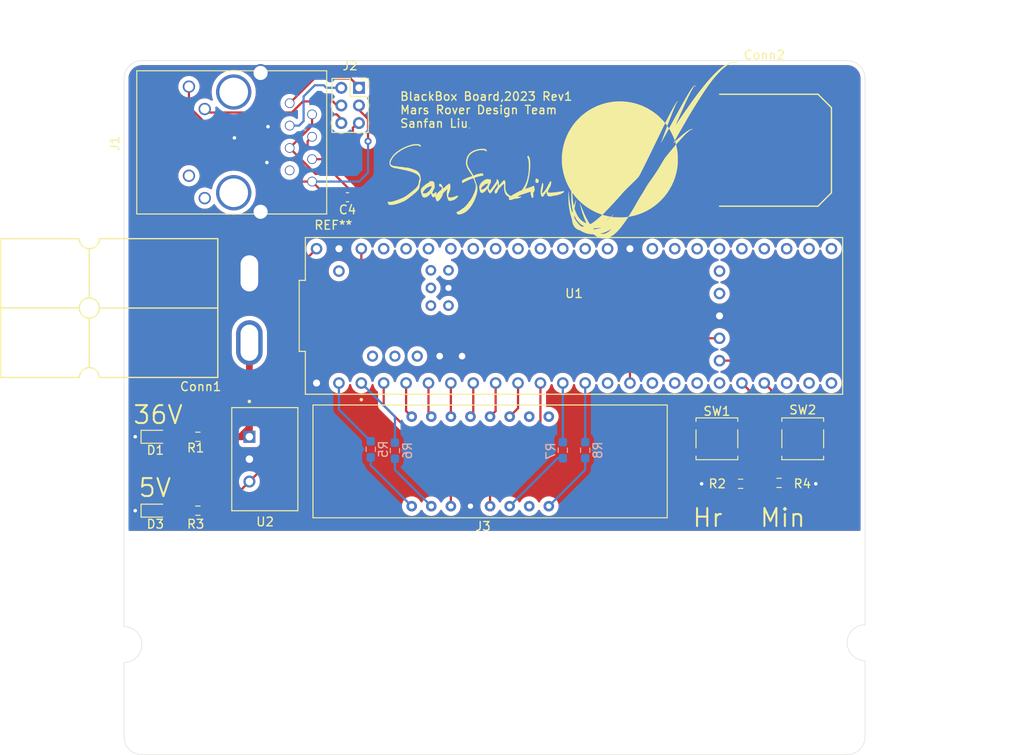
<source format=kicad_pcb>
(kicad_pcb (version 20211014) (generator pcbnew)
  (layers (0 "F.Cu" signal) (31 "B.Cu" signal) (34 "B.Paste" user) (35 "F.Paste" user) (36 "B.SilkS" user "B.Silkscreen") (37 "F.SilkS" user "F.Silkscreen") (38 "B.Mask" user) (39 "F.Mask" user) (44 "Edge.Cuts" user))
  (net 0 "")
  (net 1 "+36V")
  (net 2 "GND")
  (net 3 "Net-(U1-Pad3.3V_1)")
  (net 4 "Net-(C4-Pad1)")
  (net 5 "Net-(C4-Pad2)")
  (net 6 "Net-(D1-Pad2)")
  (net 7 "Net-(D3-Pad2)")
  (net 9 "Net-(J1-Pad10)")
  (net 11 "/TX+")
  (net 12 "/TX-")
  (net 14 "/RX+")
  (net 15 "/RX-")
  (net 16 "Sw_Hour")
  (net 17 "Sw_Min")
  (net 22 "Display_D3_Low")
  (net 24 "Display_C")
  (net 25 "Display_D2_Low")
  (net 27 "Display_F")
  (net 29 "Bat_Ctrl")
  (net 31 "Display_D4_Low")
  (net 34 "Display_G")
  (net 35 "Display_E")
  (net 41 "Display_D1_Low")
  (net 49 "Display_B")
  (net 52 "Display_D")
  (net 57 "Display_A")
  (net 61 "Clock_SquareWave")
  (net 69 "+5V")
  (net 70 "Net-(Conn2-Pad1)")
  (net 71 "Net-(J3-Pad1)")
  (net 72 "Net-(J3-Pad2)")
  (net 73 "Net-(J3-Pad6)")
  (net 74 "Net-(J3-Pad8)")
  (net 75 "Net-(R2-Pad1)")
  (net 76 "Net-(R4-Pad1)")
  (footprint "LED_SMD:LED_0603_1608Metric_Pad1.05x0.95mm_HandSolder" (layer "F.Cu") (at 60.4895 103.378)
    (fp_text reference "D3" (at -0.0375 1.524) (layer "F.SilkS"))
    (fp_text value "LED")
    (pad "1" smd roundrect (at -0.875 0) (size 1.05 0.95) (layers "F.Cu" "F.Paste" "F.Mask") (net 2 "GND"))
    (pad "2" smd roundrect (at 0.875 0) (size 1.05 0.95) (layers "F.Cu" "F.Paste" "F.Mask") (net 7 "Net-(D3-Pad2)"))
  )
  (footprint "Resistor_SMD:R_0603_1608Metric_Pad0.98x0.95mm_HandSolder" (layer "F.Cu") (at 131.2145 100.2284)
    (fp_text reference "R4" (at 2.6435 0.1016) (layer "F.SilkS"))
    (fp_text value "4700")
    (pad "1" smd roundrect (at -0.9125 0) (size 0.975 0.95) (layers "F.Cu" "F.Paste" "F.Mask") (net 76 "Net-(R4-Pad1)"))
    (pad "2" smd roundrect (at 0.9125 0) (size 0.975 0.95) (layers "F.Cu" "F.Paste" "F.Mask") (net 2 "GND"))
  )
  (footprint "Resistor_SMD:R_0603_1608Metric_Pad0.98x0.95mm_HandSolder" (layer "F.Cu") (at 65.278 103.378)
    (fp_text reference "R3" (at -0.254 1.524) (layer "F.SilkS"))
    (fp_text value "200")
    (pad "1" smd roundrect (at -0.9125 0) (size 0.975 0.95) (layers "F.Cu" "F.Paste" "F.Mask") (net 7 "Net-(D3-Pad2)"))
    (pad "2" smd roundrect (at 0.9125 0) (size 0.975 0.95) (layers "F.Cu" "F.Paste" "F.Mask") (net 69 "+5V"))
  )
  (footprint "Button_Switch_SMD:SW_SPST_TL3305A" (layer "F.Cu") (at 124.162 95.226 180)
    (fp_text reference "SW1" (at 0 3.1256) (layer "F.SilkS"))
    (fp_text value "SW_Push")
    (pad "1" smd rect (at -3.6 -1.5 180) (size 1.6 1.4) (layers "F.Cu" "F.Paste" "F.Mask") (net 75 "Net-(R2-Pad1)"))
    (pad "1" smd rect (at 3.6 -1.5 180) (size 1.6 1.4) (layers "F.Cu" "F.Paste" "F.Mask") (net 75 "Net-(R2-Pad1)"))
    (pad "2" smd rect (at 3.6 1.5 180) (size 1.6 1.4) (layers "F.Cu" "F.Paste" "F.Mask") (net 16 "Sw_Hour"))
    (pad "2" smd rect (at -3.6 1.5 180) (size 1.6 1.4) (layers "F.Cu" "F.Paste" "F.Mask") (net 16 "Sw_Hour"))
  )
  (footprint "MRDT_Connectors:Square_Anderson_2_H_Side_By_Side" (layer "F.Cu") (at 71.4946 75.904)
    (fp_text reference "Conn1" (at -5.9 13.4) (layer "F.SilkS"))
    (fp_text value "AndersonPP")
    (pad "1" thru_hole oval locked (at -0.3746 0.55) (size 3 5.1) (drill oval 2 4.1) (layers *.Cu *.Mask "F.Paste") (net 2 "GND"))
    (pad "2" thru_hole oval locked (at -0.3746 8.424) (size 3 5.1) (drill oval 2 4.1) (layers *.Cu *.Mask "F.Paste") (net 1 "+36V"))
  )
  (footprint "Capacitor_SMD:C_0603_1608Metric_Pad1.08x0.95mm_HandSolder" (layer "F.Cu") (at 82.25 67.816 180)
    (fp_text reference "C4" (at 0 -1.43) (layer "F.SilkS"))
    (fp_text value "0.1uF")
    (pad "1" smd roundrect (at -0.8625 0 180) (size 1.075 0.95) (layers "F.Cu" "F.Paste" "F.Mask") (net 4 "Net-(C4-Pad1)"))
    (pad "2" smd roundrect (at 0.8625 0 180) (size 1.075 0.95) (layers "F.Cu" "F.Paste" "F.Mask") (net 5 "Net-(C4-Pad2)"))
  )
  (footprint "MRDT_Connectors:RJ45_Teensy" (layer "F.Cu") (at 56.342 61.72 -90)
    (fp_text reference "J1" (at 0 0.5 -270) (layer "F.SilkS"))
    (fp_text value "RJ45_LED_Shielded")
    (pad "1" thru_hole circle locked (at -4.57 -19.35 270) (size 1.1 1.1) (drill 0.9) (layers *.Cu *.Mask) (net 11 "/TX+"))
    (pad "2" thru_hole circle locked (at -3.3 -21.89 270) (size 1.1 1.1) (drill 0.9) (layers *.Cu *.Mask) (net 4 "Net-(C4-Pad1)"))
    (pad "3" thru_hole circle locked (at -2.03 -19.35 270) (size 1.1 1.1) (drill 0.9) (layers *.Cu *.Mask) (net 12 "/TX-"))
    (pad "4" thru_hole circle locked (at -0.76 -21.89 270) (size 1.1 1.1) (drill 0.9) (layers *.Cu *.Mask) (net 14 "/RX+"))
    (pad "5" thru_hole circle locked (at 0.51 -19.35 270) (size 1.1 1.1) (drill 0.9) (layers *.Cu *.Mask) (net 4 "Net-(C4-Pad1)"))
    (pad "6" thru_hole circle locked (at 1.78 -21.89 270) (size 1.1 1.1) (drill 0.9) (layers *.Cu *.Mask) (net 15 "/RX-"))
    (pad "7" thru_hole circle locked (at 3.05 -19.35 270) (size 1.1 1.1) (drill 0.9) (layers *.Cu *.Mask))
    (pad "8" thru_hole circle locked (at 4.32 -21.89 270) (size 1.1 1.1) (drill 0.9) (layers *.Cu *.Mask) (net 5 "Net-(C4-Pad2)"))
    (pad "9" thru_hole circle locked (at -6.45 -7.92 270) (size 1.4 1.4) (drill 1.02) (layers *.Cu *.Mask) (net 5 "Net-(C4-Pad2)"))
    (pad "10" thru_hole circle locked (at -3.91 -9.71 270) (size 1.4 1.4) (drill 1.02) (layers *.Cu *.Mask) (net 9 "Net-(J1-Pad10)"))
    (pad "11" thru_hole circle locked (at 3.66 -7.92 270) (size 1.4 1.4) (drill 1.02) (layers *.Cu *.Mask))
    (pad "12" thru_hole circle locked (at 6.2 -9.71 270) (size 1.4 1.4) (drill 1.02) (layers *.Cu *.Mask))
    (pad "13" thru_hole circle locked (at -5.84 -13 270) (size 4 4) (drill 3.25) (layers *.Cu *.Mask))
    (pad "14" thru_hole circle locked (at 5.59 -13 270) (size 4 4) (drill 3.25) (layers *.Cu *.Mask))
    (pad "SH" thru_hole circle locked (at -8 -16.05 270) (size 2 2) (drill 1.6) (layers *.Cu *.Mask) (net 2 "GND"))
    (pad "SH" thru_hole circle locked (at 7.75 -16.05 270) (size 2 2) (drill 1.6) (layers *.Cu *.Mask) (net 2 "GND"))
  )
  (footprint "LED_SMD:LED_0603_1608Metric_Pad1.05x0.95mm_HandSolder" (layer "F.Cu") (at 60.4895 94.996)
    (fp_text reference "D1" (at -0.0375 1.524) (layer "F.SilkS"))
    (fp_text value "LED")
    (pad "1" smd roundrect (at -0.875 0) (size 1.05 0.95) (layers "F.Cu" "F.Paste" "F.Mask") (net 2 "GND"))
    (pad "2" smd roundrect (at 0.875 0) (size 1.05 0.95) (layers "F.Cu" "F.Paste" "F.Mask") (net 6 "Net-(D1-Pad2)"))
  )
  (footprint "MRDT_Devices:TSR_1-2433" (layer "F.Cu") (at 72.87 97.536 -90)
    (fp_text reference "U2" (at 7.112 -0.028 180) (layer "F.SilkS"))
    (fp_text value "TSR1-2433")
    (pad "1" thru_hole rect locked (at -2.54 1.75 270) (size 1.358 1.358) (drill 0.85) (layers *.Cu *.Mask) (net 1 "+36V"))
    (pad "2" thru_hole circle locked (at 0 1.75 270) (size 1.358 1.358) (drill 0.85) (layers *.Cu *.Mask) (net 2 "GND"))
    (pad "3" thru_hole circle locked (at 2.54 1.75 270) (size 1.358 1.358) (drill 0.85) (layers *.Cu *.Mask) (net 69 "+5V"))
  )
  (footprint "MRDT_Silkscreens:z_sig_SanfanLiu_sig21.8mmx12.3mm1" (layer "F.Cu") (at 96.52 65.786)
    (fp_text reference "G***" hide)
    (fp_text value "LOGO" hide)
  )
  (footprint "Resistor_SMD:R_0603_1608Metric_Pad0.98x0.95mm_HandSolder" (layer "F.Cu") (at 65.278 94.996)
    (fp_text reference "R1" (at -0.254 1.27) (layer "F.SilkS"))
    (fp_text value "2500")
    (pad "1" smd roundrect (at -0.9125 0) (size 0.975 0.95) (layers "F.Cu" "F.Paste" "F.Mask") (net 6 "Net-(D1-Pad2)"))
    (pad "2" smd roundrect (at 0.9125 0) (size 0.975 0.95) (layers "F.Cu" "F.Paste" "F.Mask") (net 1 "+36V"))
  )
  (footprint "Resistor_SMD:R_0603_1608Metric_Pad0.98x0.95mm_HandSolder" (layer "F.Cu") (at 126.8495 100.33 180)
    (fp_text reference "R2" (at 2.6435 0) (layer "F.SilkS"))
    (fp_text value "4700")
    (pad "1" smd roundrect (at -0.9125 0 180) (size 0.975 0.95) (layers "F.Cu" "F.Paste" "F.Mask") (net 75 "Net-(R2-Pad1)"))
    (pad "2" smd roundrect (at 0.9125 0 180) (size 0.975 0.95) (layers "F.Cu" "F.Paste" "F.Mask") (net 2 "GND"))
  )
  (footprint "Button_Switch_SMD:SW_SPST_TL3305A" (layer "F.Cu") (at 133.902 95.226 180)
    (fp_text reference "SW2" (at 0 3.278) (layer "F.SilkS"))
    (fp_text value "SW_Push")
    (pad "1" smd rect (at -3.6 -1.5 180) (size 1.6 1.4) (layers "F.Cu" "F.Paste" "F.Mask") (net 76 "Net-(R4-Pad1)"))
    (pad "1" smd rect (at 3.6 -1.5 180) (size 1.6 1.4) (layers "F.Cu" "F.Paste" "F.Mask") (net 76 "Net-(R4-Pad1)"))
    (pad "2" smd rect (at -3.6 1.5 180) (size 1.6 1.4) (layers "F.Cu" "F.Paste" "F.Mask") (net 17 "Sw_Min"))
    (pad "2" smd rect (at 3.6 1.5 180) (size 1.6 1.4) (layers "F.Cu" "F.Paste" "F.Mask") (net 17 "Sw_Min"))
  )
  (footprint "MRDT_Silkscreens:0_MRDT_Logo_20mm" (layer "F.Cu") (at 116.586 62.484)
    (fp_text reference "G***" hide)
    (fp_text value "LOGO" hide)
  )
  (footprint "blackbox_rev1:timerLED" (layer "F.Cu") (at 89.535 92.71)
    (fp_text reference "J3" (at 8.1026 12.446) (layer "F.SilkS"))
    (fp_text value "Conn_02x08_Counter_Clockwise")
    (pad "1" thru_hole circle (at 0 10.16) (size 1.2 1.2) (drill 0.6) (layers *.Cu *.Mask) (net 71 "Net-(J3-Pad1)"))
    (pad "2" thru_hole circle (at 2.2225 10.16) (size 1.2 1.2) (drill 0.6) (layers *.Cu *.Mask) (net 72 "Net-(J3-Pad2)"))
    (pad "3" thru_hole circle (at 4.445 10.16) (size 1.2 1.2) (drill 0.6) (layers *.Cu *.Mask) (net 52 "Display_D"))
    (pad "4" thru_hole circle (at 6.6675 10.16) (size 1.2 1.2) (drill 0.6) (layers *.Cu *.Mask) (net 2 "GND"))
    (pad "5" thru_hole circle (at 8.89 10.16) (size 1.2 1.2) (drill 0.6) (layers *.Cu *.Mask) (net 35 "Display_E"))
    (pad "6" thru_hole circle (at 11.1125 10.16) (size 1.2 1.2) (drill 0.6) (layers *.Cu *.Mask) (net 73 "Net-(J3-Pad6)"))
    (pad "7" thru_hole circle (at 13.335 10.16) (size 1.2 1.2) (drill 0.6) (layers *.Cu *.Mask))
    (pad "8" thru_hole circle (at 15.5575 10.16) (size 1.2 1.2) (drill 0.6) (layers *.Cu *.Mask) (net 74 "Net-(J3-Pad8)"))
    (pad "9" thru_hole circle (at 15.5575 0) (size 1.2 1.2) (drill 0.6) (layers *.Cu *.Mask))
    (pad "10" thru_hole circle (at 13.335 0) (size 1.2 1.2) (drill 0.6) (layers *.Cu *.Mask))
    (pad "11" thru_hole circle (at 11.1125 0) (size 1.2 1.2) (drill 0.6) (layers *.Cu *.Mask) (net 27 "Display_F"))
    (pad "12" thru_hole circle (at 8.89 0) (size 1.2 1.2) (drill 0.6) (layers *.Cu *.Mask) (net 61 "Clock_SquareWave"))
    (pad "13" thru_hole circle (at 6.6675 0) (size 1.2 1.2) (drill 0.6) (layers *.Cu *.Mask) (net 24 "Display_C"))
    (pad "14" thru_hole circle (at 4.445 0) (size 1.2 1.2) (drill 0.6) (layers *.Cu *.Mask) (net 57 "Display_A"))
    (pad "15" thru_hole circle (at 2.2225 0) (size 1.2 1.2) (drill 0.6) (layers *.Cu *.Mask) (net 34 "Display_G"))
    (pad "16" thru_hole circle (at 0 0) (size 1.2 1.2) (drill 0.6) (layers *.Cu *.Mask) (net 49 "Display_B"))
  )
  (footprint "MRDT_Shields:Teensy_4_1_Vertical" (layer "F.Cu") (at 57.15 45.72)
    (fp_text reference "U1" (at 50.8 33.02) (layer "F.SilkS"))
    (fp_text value "Teensy4.1_DEV-16771")
    (fp_text user "REF**" (at 23.495 25.265) (layer "F.SilkS"))
    (pad "0" thru_hole circle locked (at 24.13 43.18) (size 1.308 1.308) (drill 0.8) (layers *.Cu *.Mask) (net 41 "Display_D1_Low"))
    (pad "1" thru_hole circle locked (at 26.67 43.18) (size 1.308 1.308) (drill 0.8) (layers *.Cu *.Mask) (net 25 "Display_D2_Low"))
    (pad "2" thru_hole circle locked (at 29.21 43.18) (size 1.308 1.308) (drill 0.8) (layers *.Cu *.Mask) (net 52 "Display_D"))
    (pad "3" thru_hole circle locked (at 31.75 43.18) (size 1.308 1.308) (drill 0.8) (layers *.Cu *.Mask) (net 49 "Display_B"))
    (pad "3.3V_1" thru_hole circle locked (at 57.15 43.18) (size 1.308 1.308) (drill 0.8) (layers *.Cu *.Mask) (net 3 "Net-(U1-Pad3.3V_1)"))
    (pad "3.3V_2" thru_hole circle locked (at 26.67 27.94) (size 1.308 1.308) (drill 0.8) (layers *.Cu *.Mask) (net 3 "Net-(U1-Pad3.3V_1)"))
    (pad "3.3V_3" thru_hole circle locked (at 67.31 38.1) (size 1.308 1.308) (drill 0.8) (layers *.Cu *.Mask) (net 3 "Net-(U1-Pad3.3V_1)"))
    (pad "4" thru_hole circle locked (at 34.29 43.18) (size 1.308 1.308) (drill 0.8) (layers *.Cu *.Mask) (net 34 "Display_G"))
    (pad "5" thru_hole circle locked (at 36.83 43.18) (size 1.308 1.308) (drill 0.8) (layers *.Cu *.Mask) (net 57 "Display_A"))
    (pad "5V" thru_hole circle locked (at 27.94 40.13) (size 1.258 1.258) (drill 0.75) (layers *.Cu *.Mask))
    (pad "6" thru_hole circle locked (at 39.37 43.18) (size 1.308 1.308) (drill 0.8) (layers *.Cu *.Mask) (net 24 "Display_C"))
    (pad "7" thru_hole circle locked (at 41.91 43.18) (size 1.308 1.308) (drill 0.8) (layers *.Cu *.Mask) (net 61 "Clock_SquareWave"))
    (pad "8" thru_hole circle locked (at 44.45 43.18) (size 1.308 1.308) (drill 0.8) (layers *.Cu *.Mask) (net 27 "Display_F"))
    (pad "9" thru_hole circle locked (at 46.99 43.18) (size 1.308 1.308) (drill 0.8) (layers *.Cu *.Mask) (net 35 "Display_E"))
    (pad "10" thru_hole circle locked (at 49.53 43.18) (size 1.308 1.308) (drill 0.8) (layers *.Cu *.Mask) (net 22 "Display_D3_Low"))
    (pad "11" thru_hole circle locked (at 52.07 43.18) (size 1.308 1.308) (drill 0.8) (layers *.Cu *.Mask) (net 31 "Display_D4_Low"))
    (pad "12" thru_hole circle locked (at 54.61 43.18) (size 1.308 1.308) (drill 0.8) (layers *.Cu *.Mask))
    (pad "13" thru_hole circle locked (at 54.61 27.94) (size 1.308 1.308) (drill 0.8) (layers *.Cu *.Mask))
    (pad "14" thru_hole circle locked (at 52.07 27.94) (size 1.308 1.308) (drill 0.8) (layers *.Cu *.Mask) (net 29 "Bat_Ctrl"))
    (pad "15" thru_hole circle locked (at 49.53 27.94) (size 1.308 1.308) (drill 0.8) (layers *.Cu *.Mask))
    (pad "16" thru_hole circle locked (at 46.99 27.94) (size 1.308 1.308) (drill 0.8) (layers *.Cu *.Mask))
    (pad "17" thru_hole circle locked (at 44.45 27.94) (size 1.308 1.308) (drill 0.8) (layers *.Cu *.Mask))
    (pad "18" thru_hole circle locked (at 41.91 27.94) (size 1.308 1.308) (drill 0.8) (layers *.Cu *.Mask))
    (pad "19" thru_hole circle locked (at 39.37 27.94) (size 1.308 1.308) (drill 0.8) (layers *.Cu *.Mask))
    (pad "20" thru_hole circle locked (at 36.83 27.94) (size 1.308 1.308) (drill 0.8) (layers *.Cu *.Mask))
    (pad "21" thru_hole circle locked (at 34.29 27.94) (size 1.308 1.308) (drill 0.8) (layers *.Cu *.Mask))
    (pad "22" thru_hole circle locked (at 31.75 27.94) (size 1.308 1.308) (drill 0.8) (layers *.Cu *.Mask))
    (pad "23" thru_hole circle locked (at 29.21 27.94) (size 1.308 1.308) (drill 0.8) (layers *.Cu *.Mask))
    (pad "24" thru_hole circle locked (at 59.69 43.18) (size 1.308 1.308) (drill 0.8) (layers *.Cu *.Mask))
    (pad "25" thru_hole circle locked (at 62.23 43.18) (size 1.308 1.308) (drill 0.8) (layers *.Cu *.Mask))
    (pad "26" thru_hole circle locked (at 64.77 43.18) (size 1.308 1.308) (drill 0.8) (layers *.Cu *.Mask))
    (pad "27" thru_hole circle locked (at 67.31 43.18) (size 1.308 1.308) (drill 0.8) (layers *.Cu *.Mask))
    (pad "28" thru_hole circle locked (at 69.85 43.18) (size 1.308 1.308) (drill 0.8) (layers *.Cu *.Mask) (net 16 "Sw_Hour"))
    (pad "29" thru_hole circle locked (at 72.39 43.18) (size 1.308 1.308) (drill 0.8) (layers *.Cu *.Mask) (net 17 "Sw_Min"))
    (pad "30" thru_hole circle locked (at 74.93 43.18) (size 1.308 1.308) (drill 0.8) (layers *.Cu *.Mask))
    (pad "31" thru_hole circle locked (at 77.47 43.18) (size 1.308 1.308) (drill 0.8) (layers *.Cu *.Mask))
    (pad "32" thru_hole circle locked (at 80.01 43.18) (size 1.308 1.308) (drill 0.8) (layers *.Cu *.Mask))
    (pad "33" thru_hole circle locked (at 80.01 27.94) (size 1.308 1.308) (drill 0.8) (layers *.Cu *.Mask))
    (pad "34" thru_hole circle locked (at 77.47 27.94) (size 1.308 1.308) (drill 0.8) (layers *.Cu *.Mask))
    (pad "35" thru_hole circle locked (at 74.93 27.94) (size 1.308 1.308) (drill 0.8) (layers *.Cu *.Mask))
    (pad "36" thru_hole circle locked (at 72.39 27.94) (size 1.308 1.308) (drill 0.8) (layers *.Cu *.Mask))
    (pad "37" thru_hole circle locked (at 69.85 27.94) (size 1.308 1.308) (drill 0.8) (layers *.Cu *.Mask))
    (pad "38" thru_hole circle locked (at 67.31 27.94) (size 1.308 1.308) (drill 0.8) (layers *.Cu *.Mask))
    (pad "39" thru_hole circle locked (at 64.77 27.94) (size 1.308 1.308) (drill 0.8) (layers *.Cu *.Mask))
    (pad "40" thru_hole circle locked (at 62.23 27.94) (size 1.308 1.308) (drill 0.8) (layers *.Cu *.Mask))
    (pad "41" thru_hole circle locked (at 59.69 27.94) (size 1.308 1.308) (drill 0.8) (layers *.Cu *.Mask))
    (pad "D+" thru_hole circle locked (at 33.02 40.13 180) (size 1.258 1.258) (drill 0.75) (layers *.Cu *.Mask))
    (pad "D-" thru_hole circle locked (at 30.48 40.13) (size 1.258 1.258) (drill 0.75) (layers *.Cu *.Mask))
    (pad "GND1" thru_hole circle locked (at 21.59 43.18) (size 1.308 1.308) (drill 0.8) (layers *.Cu *.Mask) (net 2 "GND"))
    (pad "GND2" thru_hole circle locked (at 57.15 27.94) (size 1.308 1.308) (drill 0.8) (layers *.Cu *.Mask) (net 2 "GND"))
    (pad "GND3" thru_hole circle locked (at 24.13 27.94) (size 1.308 1.308) (drill 0.8) (layers *.Cu *.Mask) (net 2 "GND"))
    (pad "GND4" thru_hole circle locked (at 67.31 35.56) (size 1.308 1.308) (drill 0.8) (layers *.Cu *.Mask) (net 2 "GND"))
    (pad "GND5" thru_hole circle locked (at 36.56 32.39) (size 1.208 1.208) (drill 0.7) (layers *.Cu *.Mask) (net 2 "GND"))
    (pad "LED" thru_hole circle locked (at 34.56 32.39) (size 1.208 1.208) (drill 0.7) (layers *.Cu *.Mask))
    (pad "ON/OFF" thru_hole circle locked (at 67.31 30.48) (size 1.308 1.308) (drill 0.8) (layers *.Cu *.Mask))
    (pad "PROGRAM" thru_hole circle locked (at 67.31 33.02) (size 1.308 1.308) (drill 0.8) (layers *.Cu *.Mask))
    (pad "R+" thru_hole circle locked (at 34.56 30.39) (size 1.208 1.208) (drill 0.7) (layers *.Cu *.Mask))
    (pad "R-" thru_hole circle locked (at 36.56 30.39) (size 1.208 1.208) (drill 0.7) (layers *.Cu *.Mask))
    (pad "T+" thru_hole circle locked (at 36.56 34.39) (size 1.208 1.208) (drill 0.7) (layers *.Cu *.Mask))
    (pad "T-" thru_hole circle locked (at 34.56 34.39 270) (size 1.208 1.208) (drill 0.7) (layers *.Cu *.Mask))
    (pad "USB_GND1" thru_hole circle locked (at 35.56 40.13 180) (size 1.258 1.258) (drill 0.75) (layers *.Cu *.Mask) (net 2 "GND"))
    (pad "USB_GND2" thru_hole circle locked (at 38.1 40.13) (size 1.258 1.258) (drill 0.75) (layers *.Cu *.Mask) (net 2 "GND"))
    (pad "VBAT" thru_hole circle locked (at 67.31 40.64) (size 1.308 1.308) (drill 0.8) (layers *.Cu *.Mask) (net 70 "Net-(Conn2-Pad1)"))
    (pad "VIN" thru_hole circle locked (at 21.59 27.94) (size 1.308 1.308) (drill 0.8) (layers *.Cu *.Mask) (net 69 "+5V"))
    (pad "VUSB" thru_hole circle locked (at 24.13 30.48) (size 1.308 1.308) (drill 0.8) (layers *.Cu *.Mask))
  )
  (footprint "Connector_PinSocket_2.00mm:PinSocket_2x03_P2.00mm_Vertical" (layer "F.Cu") (at 83.55 55.404)
    (fp_text reference "J2" (at -1 -2.5) (layer "F.SilkS"))
    (fp_text value "Molex_uF_SV_06")
    (pad "1" thru_hole rect (at 0 0) (size 1.35 1.35) (drill 0.8) (layers *.Cu *.Mask) (net 11 "/TX+"))
    (pad "2" thru_hole oval (at -2 0) (size 1.35 1.35) (drill 0.8) (layers *.Cu *.Mask) (net 12 "/TX-"))
    (pad "3" thru_hole oval (at 0 2) (size 1.35 1.35) (drill 0.8) (layers *.Cu *.Mask) (net 5 "Net-(C4-Pad2)"))
    (pad "4" thru_hole oval (at -2 2) (size 1.35 1.35) (drill 0.8) (layers *.Cu *.Mask) (net 9 "Net-(J1-Pad10)"))
    (pad "5" thru_hole oval (at 0 4) (size 1.35 1.35) (drill 0.8) (layers *.Cu *.Mask) (net 15 "/RX-"))
    (pad "6" thru_hole oval (at -2 4) (size 1.35 1.35) (drill 0.8) (layers *.Cu *.Mask) (net 14 "/RX+"))
  )
  (footprint "MRDT_Connectors:CR1220_Battery_Holder" (layer "F.Cu") (at 129.54 54.864 -90)
    (fp_text reference "Conn2" (at -3.175 0) (layer "F.SilkS"))
    (fp_text value "12mm_Coin_Cell_Battery_Holder")
    (pad "1" smd rect locked (at 0 0 270) (size 2.54 6.35) (layers "F.Cu" "F.Paste" "F.Mask") (net 70 "Net-(Conn2-Pad1)"))
    (pad "1" smd rect locked (at 15.24 0 270) (size 2.54 6.35) (layers "F.Cu" "F.Paste" "F.Mask") (net 70 "Net-(Conn2-Pad1)"))
    (pad "2" smd circle locked (at 7.62 0 270) (size 10.16 10.16) (layers "F.Cu" "F.Paste" "F.Mask") (net 2 "GND"))
  )
  (footprint "Resistor_SMD:R_0603_1608Metric_Pad0.98x0.95mm_HandSolder" (layer "B.Cu") (at 84.8868 96.4165 90)
    (fp_text reference "R5" (at 0 1.43 90) (layer "B.SilkS") (effects (justify mirror)))
    (fp_text value "200")
    (pad "1" smd roundrect (at -0.9125 0 90) (size 0.975 0.95) (layers "B.Cu" "B.Paste" "B.Mask") (net 71 "Net-(J3-Pad1)"))
    (pad "2" smd roundrect (at 0.9125 0 90) (size 0.975 0.95) (layers "B.Cu" "B.Paste" "B.Mask") (net 41 "Display_D1_Low"))
  )
  (footprint "Resistor_SMD:R_0603_1608Metric_Pad0.98x0.95mm_HandSolder" (layer "B.Cu") (at 109.22 96.52 90)
    (fp_text reference "R8" (at 0 1.43 90) (layer "B.SilkS") (effects (justify mirror)))
    (fp_text value "200")
    (pad "1" smd roundrect (at -0.9125 0 90) (size 0.975 0.95) (layers "B.Cu" "B.Paste" "B.Mask") (net 74 "Net-(J3-Pad8)"))
    (pad "2" smd roundrect (at 0.9125 0 90) (size 0.975 0.95) (layers "B.Cu" "B.Paste" "B.Mask") (net 31 "Display_D4_Low"))
  )
  (footprint "Resistor_SMD:R_0603_1608Metric_Pad0.98x0.95mm_HandSolder" (layer "B.Cu") (at 106.68 96.52 90)
    (fp_text reference "R7" (at -0.1035 -1.3716 90) (layer "B.SilkS") (effects (justify mirror)))
    (fp_text value "200")
    (pad "1" smd roundrect (at -0.9125 0 90) (size 0.975 0.95) (layers "B.Cu" "B.Paste" "B.Mask") (net 73 "Net-(J3-Pad6)"))
    (pad "2" smd roundrect (at 0.9125 0 90) (size 0.975 0.95) (layers "B.Cu" "B.Paste" "B.Mask") (net 22 "Display_D3_Low"))
  )
  (footprint "Resistor_SMD:R_0603_1608Metric_Pad0.98x0.95mm_HandSolder" (layer "B.Cu") (at 87.63 96.5689 90)
    (fp_text reference "R6" (at 0 1.43 90) (layer "B.SilkS") (effects (justify mirror)))
    (fp_text value "200")
    (pad "1" smd roundrect (at -0.9125 0 90) (size 0.975 0.95) (layers "B.Cu" "B.Paste" "B.Mask") (net 72 "Net-(J3-Pad2)"))
    (pad "2" smd roundrect (at 0.9125 0 90) (size 0.975 0.95) (layers "B.Cu" "B.Paste" "B.Mask") (net 25 "Display_D2_Low"))
  )
  (gr_arc (start 138.938 52.324) (mid 140.374841 52.919159) (end 140.97 54.356) (layer "Edge.Cuts") (width 0.05))
  (gr_line (start 58.928 131.064) (end 138.938 131.064) (layer "Edge.Cuts") (width 0.05))
  (gr_arc (start 56.896 54.356) (mid 57.491159 52.919159) (end 58.928 52.324) (layer "Edge.Cuts") (width 0.05))
  (gr_arc (start 140.97 120.396) (mid 138.938 118.364) (end 140.97 116.332) (layer "Edge.Cuts") (width 0.05))
  (gr_arc (start 140.97 129.032) (mid 140.374841 130.468841) (end 138.938 131.064) (layer "Edge.Cuts") (width 0.05))
  (gr_line (start 56.896 120.5992) (end 56.896 129.032) (layer "Edge.Cuts") (width 0.05))
  (gr_line (start 56.896 54.356) (end 56.896 116.5352) (layer "Edge.Cuts") (width 0.05))
  (gr_line (start 140.97 116.332) (end 140.97 54.356) (layer "Edge.Cuts") (width 0.05))
  (gr_line (start 140.97 120.396) (end 140.97 129.032) (layer "Edge.Cuts") (width 0.05))
  (gr_line (start 58.928 52.324) (end 138.938 52.324) (layer "Edge.Cuts") (width 0.05))
  (gr_arc (start 56.896 116.5352) (mid 58.928 118.5672) (end 56.896 120.5992) (layer "Edge.Cuts") (width 0.05))
  (gr_arc (start 58.928 131.064) (mid 57.491159 130.468841) (end 56.896 129.032) (layer "Edge.Cuts") (width 0.05))
  (gr_text "BlackBox Board,2023 Rev1\nMars Rover Design Team\nSanfan Liu" (at 88.138 57.912) (layer "F.SilkS") (effects (font (size 0.95 0.95)) (justify left)))
  (gr_text "Hr	Min" (at 127.8128 104.1908) (layer "F.SilkS") (effects (font (size 2.032 2.032) (thickness 0.2286))))
  (gr_text "5V" (at 60.4012 100.7872) (layer "F.SilkS") (effects (font (size 2.032 2.032) (thickness 0.2286))))
  (gr_text "36V" (at 60.7568 92.5068) (layer "F.SilkS") (effects (font (size 2.032 2.032) (thickness 0.2286))))
  (segment (start 71.12 94.996) (end 70.104 94.996) (width 0.762) (layer "F.Cu") (net 1))
  (segment (start 71.12 84.328) (end 71.12 93.98) (width 0.762) (layer "F.Cu") (net 1))
  (segment (start 70.104 94.996) (end 71.12 93.98) (width 0.762) (layer "F.Cu") (net 1))
  (segment (start 70.104 94.996) (end 66.1905 94.996) (width 0.762) (layer "F.Cu") (net 1))
  (segment (start 71.12 93.98) (end 71.12 94.996) (width 0.762) (layer "F.Cu") (net 1))
  (via (at 58.166 94.996) (size 0.8) (drill 0.4) (layers "F.Cu" "B.Cu") (net 2))
  (via (at 58.166 103.378) (size 0.8) (drill 0.4) (layers "F.Cu" "B.Cu") (net 2))
  (via (at 73.233 59.815) (size 0.8) (drill 0.4) (layers "F.Cu" "B.Cu") (net 2))
  (via (at 135.382 100.33) (size 0.8) (drill 0.4) (layers "F.Cu" "B.Cu") (net 2))
  (via (at 73.106 63.879) (size 0.8) (drill 0.4) (layers "F.Cu" "B.Cu") (net 2))
  (via (at 69.423 61.085) (size 0.8) (drill 0.4) (layers "F.Cu" "B.Cu") (net 2))
  (via (at 122.428 100.33) (size 0.8) (drill 0.4) (layers "F.Cu" "B.Cu") (net 2))
  (segment (start 119.38 83.82) (end 124.46 83.82) (width 0.254) (layer "F.Cu") (net 3))
  (segment (start 114.808 83.82) (end 115.316 83.82) (width 0.254) (layer "F.Cu") (net 3))
  (segment (start 115.316 83.82) (end 119.38 83.82) (width 0.254) (layer "F.Cu") (net 3))
  (segment (start 114.3 84.328) (end 114.046 84.074) (width 0.25) (layer "F.Cu") (net 3))
  (segment (start 83.82 80.518) (end 87.122 83.82) (width 0.254) (layer "F.Cu") (net 3))
  (segment (start 114.554 84.074) (end 114.808 83.82) (width 0.25) (layer "F.Cu") (net 3))
  (segment (start 114.3 84.328) (end 114.554 84.074) (width 0.25) (layer "F.Cu") (net 3))
  (segment (start 114.554 84.074) (end 114.046 84.074) (width 0.25) (layer "F.Cu") (net 3))
  (segment (start 114.3 88.9) (end 114.3 84.328) (width 0.25) (layer "F.Cu") (net 3))
  (segment (start 87.122 83.82) (end 113.284 83.82) (width 0.254) (layer "F.Cu") (net 3))
  (segment (start 83.82 73.66) (end 83.82 80.518) (width 0.254) (layer "F.Cu") (net 3))
  (segment (start 113.284 83.82) (end 113.792 83.82) (width 0.254) (layer "F.Cu") (net 3))
  (segment (start 113.792 83.82) (end 114.808 83.82) (width 0.254) (layer "F.Cu") (net 3))
  (segment (start 114.046 84.074) (end 113.792 83.82) (width 0.25) (layer "F.Cu") (net 3))
  (segment (start 78.232 58.42) (end 78.232 59.69) (width 0.254) (layer "F.Cu") (net 4))
  (segment (start 78.232 59.69) (end 75.692 62.23) (width 0.254) (layer "F.Cu") (net 4))
  (segment (start 78.624999 65.162999) (end 75.692 62.23) (width 0.254) (layer "F.Cu") (net 4))
  (segment (start 83.3665 67.816) (end 80.713499 65.162999) (width 0.254) (layer "F.Cu") (net 4))
  (segment (start 80.713499 65.162999) (end 78.624999 65.162999) (width 0.254) (layer "F.Cu") (net 4))
  (segment (start 64.262 57.537002) (end 72.764998 66.04) (width 0.25) (layer "F.Cu") (net 5))
  (segment (start 64.262 55.27) (end 64.262 57.537002) (width 0.25) (layer "F.Cu") (net 5))
  (segment (start 84.582 58.94) (end 84.582 61.468) (width 0.25) (layer "F.Cu") (net 5))
  (segment (start 72.764998 66.04) (end 78.232 66.04) (width 0.25) (layer "F.Cu") (net 5))
  (segment (start 81.6415 67.816) (end 80.008 67.816) (width 0.25) (layer "F.Cu") (net 5))
  (segment (start 84.266001 58.624001) (end 83.266 57.624) (width 0.25) (layer "F.Cu") (net 5))
  (segment (start 84.266001 58.624001) (end 84.582 58.94) (width 0.25) (layer "F.Cu") (net 5))
  (segment (start 80.008 67.816) (end 78.232 66.04) (width 0.25) (layer "F.Cu") (net 5))
  (via (at 84.582 61.468) (size 0.8) (drill 0.4) (layers "F.Cu" "B.Cu") (net 5))
  (segment (start 84.582 61.468) (end 84.582 65.024) (width 0.25) (layer "B.Cu") (net 5))
  (segment (start 83.566 66.04) (end 78.232 66.04) (width 0.25) (layer "B.Cu") (net 5))
  (segment (start 84.582 65.024) (end 83.566 66.04) (width 0.25) (layer "B.Cu") (net 5))
  (segment (start 64.3655 94.996) (end 61.3645 94.996) (width 0.762) (layer "F.Cu") (net 6))
  (segment (start 61.3645 103.378) (end 64.3655 103.378) (width 0.254) (layer "F.Cu") (net 7))
  (segment (start 77.190961 56.949001) (end 75.932961 58.207001) (width 0.254) (layer "F.Cu") (net 9))
  (segment (start 75.932961 58.207001) (end 66.449001 58.207001) (width 0.254) (layer "F.Cu") (net 9))
  (segment (start 81.266 57.624) (end 80.591001 56.949001) (width 0.254) (layer "F.Cu") (net 9))
  (segment (start 66.449001 58.207001) (end 66.052 57.81) (width 0.254) (layer "F.Cu") (net 9))
  (segment (start 80.591001 56.949001) (end 77.190961 56.949001) (width 0.254) (layer "F.Cu") (net 9))
  (segment (start 83.55 55.2995) (end 83.55 55.404) (width 0.254) (layer "F.Cu") (net 11))
  (segment (start 78.488 54.354) (end 82.6045 54.354) (width 0.254) (layer "F.Cu") (net 11))
  (segment (start 82.6045 54.354) (end 83.55 55.2995) (width 0.254) (layer "F.Cu") (net 11))
  (segment (start 75.692 57.15) (end 78.488 54.354) (width 0.254) (layer "F.Cu") (net 11))
  (segment (start 76.7605 59.69) (end 77.2705 59.18) (width 0.25) (layer "B.Cu") (net 12))
  (segment (start 75.692 59.9245) (end 75.692 59.69) (width 0.25) (layer "B.Cu") (net 12))
  (segment (start 77.2705 56.386) (end 78.5405 55.116) (width 0.25) (layer "B.Cu") (net 12))
  (segment (start 75.692 59.69) (end 76.7605 59.69) (width 0.25) (layer "B.Cu") (net 12))
  (segment (start 81.55 55.404) (end 79.8445 55.404) (width 0.25) (layer "B.Cu") (net 12))
  (segment (start 77.2705 59.18) (end 77.2705 56.386) (width 0.25) (layer "B.Cu") (net 12))
  (segment (start 79.5565 55.116) (end 78.5405 55.116) (width 0.25) (layer "B.Cu") (net 12))
  (segment (start 75.692 59.861) (end 75.692 59.69) (width 0.25) (layer "B.Cu") (net 12))
  (segment (start 75.692 60.0515) (end 75.692 59.69) (width 0.25) (layer "B.Cu") (net 12))
  (segment (start 79.8445 55.404) (end 79.5565 55.116) (width 0.25) (layer "B.Cu") (net 12))
  (segment (start 80.3185 61.212) (end 79.3005 62.23) (width 0.254) (layer "F.Cu") (net 14))
  (segment (start 79.756 58.928) (end 79.756 59.944) (width 0.254) (layer "F.Cu") (net 14))
  (segment (start 77.724 61.468) (end 78.232 60.96) (width 0.254) (layer "F.Cu") (net 14))
  (segment (start 77.978 62.23) (end 77.724 61.976) (width 0.254) (layer "F.Cu") (net 14))
  (segment (start 81.55 58.944) (end 81.026 58.42) (width 0.254) (layer "F.Cu") (net 14))
  (segment (start 80.264 58.42) (end 79.756 58.928) (width 0.254) (layer "F.Cu") (net 14))
  (segment (start 81.026 58.42) (end 80.264 58.42) (width 0.254) (layer "F.Cu") (net 14))
  (segment (start 77.724 61.976) (end 77.724 61.468) (width 0.254) (layer "F.Cu") (net 14))
  (segment (start 81.55 59.404) (end 81.55 58.944) (width 0.254) (layer "F.Cu") (net 14))
  (segment (start 80.3185 60.5065) (end 80.3185 61.212) (width 0.254) (layer "F.Cu") (net 14))
  (segment (start 79.756 59.944) (end 80.3185 60.5065) (width 0.254) (layer "F.Cu") (net 14))
  (segment (start 79.3005 62.23) (end 77.978 62.23) (width 0.254) (layer "F.Cu") (net 14))
  (segment (start 83.1125 60.958) (end 83.1125 63.244) (width 0.254) (layer "F.Cu") (net 15))
  (segment (start 83.55 59.404) (end 83.3965 59.404) (width 0.254) (layer "F.Cu") (net 15))
  (segment (start 80.8245 63.5) (end 78.232 63.5) (width 0.254) (layer "F.Cu") (net 15))
  (segment (start 82.8585 60.704) (end 83.1125 60.958) (width 0.254) (layer "F.Cu") (net 15))
  (segment (start 83.3965 59.404) (end 82.8585 59.942) (width 0.254) (layer "F.Cu") (net 15))
  (segment (start 82.6045 63.752) (end 83.1125 63.244) (width 0.254) (layer "F.Cu") (net 15))
  (segment (start 82.6045 63.752) (end 81.0765 63.752) (width 0.254) (layer "F.Cu") (net 15))
  (segment (start 82.8585 59.942) (end 82.8585 60.704) (width 0.254) (layer "F.Cu") (net 15))
  (segment (start 80.8265 63.498) (end 80.8245 63.5) (width 0.254) (layer "F.Cu") (net 15))
  (segment (start 81.0765 63.752) (end 80.8245 63.5) (width 0.254) (layer "F.Cu") (net 15))
  (segment (start 127.762 93.726) (end 127.762 89.662) (width 0.254) (layer "F.Cu") (net 16))
  (segment (start 127.762 89.662) (end 127 88.9) (width 0.254) (layer "F.Cu") (net 16))
  (segment (start 120.562 93.726) (end 127.762 93.726) (width 0.254) (layer "F.Cu") (net 16))
  (segment (start 130.302 89.662) (end 129.54 88.9) (width 0.254) (layer "F.Cu") (net 17))
  (segment (start 130.302 93.726) (end 137.502 93.726) (width 0.254) (layer "F.Cu") (net 17))
  (segment (start 130.302 93.726) (end 130.302 89.662) (width 0.254) (layer "F.Cu") (net 17))
  (segment (start 106.68 95.6075) (end 106.68 88.9) (width 0.254) (layer "B.Cu") (net 22))
  (segment (start 96.52 92.3925) (end 96.2025 92.71) (width 0.254) (layer "F.Cu") (net 24))
  (segment (start 96.52 88.9) (end 96.52 92.3925) (width 0.254) (layer "F.Cu") (net 24))
  (segment (start 83.82 88.9) (end 87.63 92.71) (width 0.254) (layer "B.Cu") (net 25))
  (segment (start 87.63 92.71) (end 87.63 95.6564) (width 0.254) (layer "B.Cu") (net 25))
  (segment (start 101.6 88.9) (end 101.6 91.7575) (width 0.254) (layer "F.Cu") (net 27))
  (segment (start 101.6 91.7575) (end 100.6475 92.71) (width 0.254) (layer "F.Cu") (net 27))
  (segment (start 109.22 88.9) (end 109.22 95.6075) (width 0.254) (layer "B.Cu") (net 31))
  (segment (start 91.44 92.3925) (end 91.7575 92.71) (width 0.254) (layer "F.Cu") (net 34))
  (segment (start 91.44 88.9) (end 91.44 92.3925) (width 0.254) (layer "F.Cu") (net 34))
  (segment (start 104.14 88.9) (end 104.14 93.345) (width 0.254) (layer "F.Cu") (net 35))
  (segment (start 98.425 99.06) (end 98.425 102.87) (width 0.254) (layer "F.Cu") (net 35))
  (segment (start 104.14 93.345) (end 98.425 99.06) (width 0.254) (layer "F.Cu") (net 35))
  (segment (start 81.28 91.8972) (end 84.8868 95.504) (width 0.254) (layer "B.Cu") (net 41))
  (segment (start 81.28 88.9) (end 81.28 91.8972) (width 0.254) (layer "B.Cu") (net 41))
  (segment (start 88.9 88.9) (end 88.9 92.075) (width 0.254) (layer "F.Cu") (net 49))
  (segment (start 88.9 92.075) (end 89.535 92.71) (width 0.254) (layer "F.Cu") (net 49))
  (segment (start 86.36 88.9) (end 86.36 91.44) (width 0.254) (layer "F.Cu") (net 52))
  (segment (start 93.98 99.06) (end 93.98 102.87) (width 0.254) (layer "F.Cu") (net 52))
  (segment (start 86.36 91.44) (end 93.98 99.06) (width 0.254) (layer "F.Cu") (net 52))
  (segment (start 93.98 88.9) (end 93.98 92.71) (width 0.254) (layer "F.Cu") (net 57))
  (segment (start 99.06 92.075) (end 98.425 92.71) (width 0.254) (layer "F.Cu") (net 61))
  (segment (start 99.06 88.9) (end 99.06 92.075) (width 0.254) (layer "F.Cu") (net 61))
  (segment (start 67.818 103.378) (end 66.1905 103.378) (width 0.254) (layer "F.Cu") (net 69))
  (segment (start 76.2 76.2) (end 78.74 73.66) (width 0.254) (layer "F.Cu") (net 69))
  (segment (start 71.12 100.076) (end 67.818 103.378) (width 0.254) (layer "F.Cu") (net 69))
  (segment (start 76.2 94.996) (end 76.2 76.2) (width 0.254) (layer "F.Cu") (net 69))
  (segment (start 71.12 100.076) (end 76.2 94.996) (width 0.254) (layer "F.Cu") (net 69))
  (segment (start 129.54 70.104) (end 138.43 70.104) (width 0.254) (layer "F.Cu") (net 70))
  (segment (start 138.938 83.82) (end 138.938 70.612) (width 0.254) (layer "F.Cu") (net 70))
  (segment (start 138.938 69.596) (end 138.938 62.357) (width 0.254) (layer "F.Cu") (net 70))
  (segment (start 131.445 54.864) (end 129.54 54.864) (width 0.254) (layer "F.Cu") (net 70))
  (segment (start 136.398 86.36) (end 138.938 83.82) (width 0.254) (layer "F.Cu") (net 70))
  (segment (start 127.635 70.104) (end 129.54 70.104) (width 0.254) (layer "F.Cu") (net 70))
  (segment (start 138.684 70.358) (end 138.938 70.612) (width 0.254) (layer "F.Cu") (net 70))
  (segment (start 138.684 70.358) (end 138.684 69.85) (width 0.254) (layer "F.Cu") (net 70))
  (segment (start 138.43 70.104) (end 138.684 70.358) (width 0.254) (layer "F.Cu") (net 70))
  (segment (start 138.43 70.104) (end 138.684 69.85) (width 0.254) (layer "F.Cu") (net 70))
  (segment (start 124.46 86.36) (end 136.398 86.36) (width 0.254) (layer "F.Cu") (net 70))
  (segment (start 138.938 62.357) (end 131.445 54.864) (width 0.254) (layer "F.Cu") (net 70))
  (segment (start 138.684 69.85) (end 138.938 69.596) (width 0.254) (layer "F.Cu") (net 70))
  (segment (start 127.635 54.864) (end 129.54 54.864) (width 0.254) (layer "F.Cu") (net 70))
  (segment (start 138.938 70.612) (end 138.938 69.596) (width 0.254) (layer "F.Cu") (net 70))
  (segment (start 84.8868 97.329) (end 84.8868 98.2218) (width 0.254) (layer "B.Cu") (net 71))
  (segment (start 84.8868 98.2218) (end 89.535 102.87) (width 0.254) (layer "B.Cu") (net 71))
  (segment (start 87.63 98.7425) (end 91.7575 102.87) (width 0.254) (layer "B.Cu") (net 72))
  (segment (start 87.63 97.4814) (end 87.63 98.7425) (width 0.254) (layer "B.Cu") (net 72))
  (segment (start 106.085 97.4325) (end 100.6475 102.87) (width 0.254) (layer "B.Cu") (net 73))
  (segment (start 106.68 97.4325) (end 106.085 97.4325) (width 0.254) (layer "B.Cu") (net 73))
  (segment (start 109.22 98.7425) (end 105.0925 102.87) (width 0.254) (layer "B.Cu") (net 74))
  (segment (start 109.22 97.4325) (end 109.22 98.7425) (width 0.254) (layer "B.Cu") (net 74))
  (segment (start 120.562 96.726) (end 127.762 96.726) (width 0.254) (layer "F.Cu") (net 75))
  (segment (start 127.762 96.726) (end 127.762 100.33) (width 0.254) (layer "F.Cu") (net 75))
  (segment (start 130.302 96.726) (end 130.302 100.2284) (width 0.254) (layer "F.Cu") (net 76))
  (segment (start 130.302 96.726) (end 137.502 96.726) (width 0.254) (layer "F.Cu") (net 76))
  (zone (net 2) (net_name "GND") (layer "F.Cu") (connect_pads yes (clearance 0.508)) (min_thickness 0.254) (fill yes (thermal_gap 0.508) (thermal_bridge_width 0.508))
    (polygon (pts (xy 140.97 105.664) (xy 57.15 105.664) (xy 57.15 52.324) (xy 140.97 52.324)))
  )
  (zone (net 2) (net_name "GND") (layer "B.Cu") (connect_pads yes (clearance 0.508)) (min_thickness 0.254) (fill yes (thermal_gap 0.508) (thermal_bridge_width 0.508))
    (polygon (pts (xy 140.97 105.664) (xy 57.15 105.664) (xy 57.15 52.324) (xy 140.97 52.324)))
  )
)
</source>
